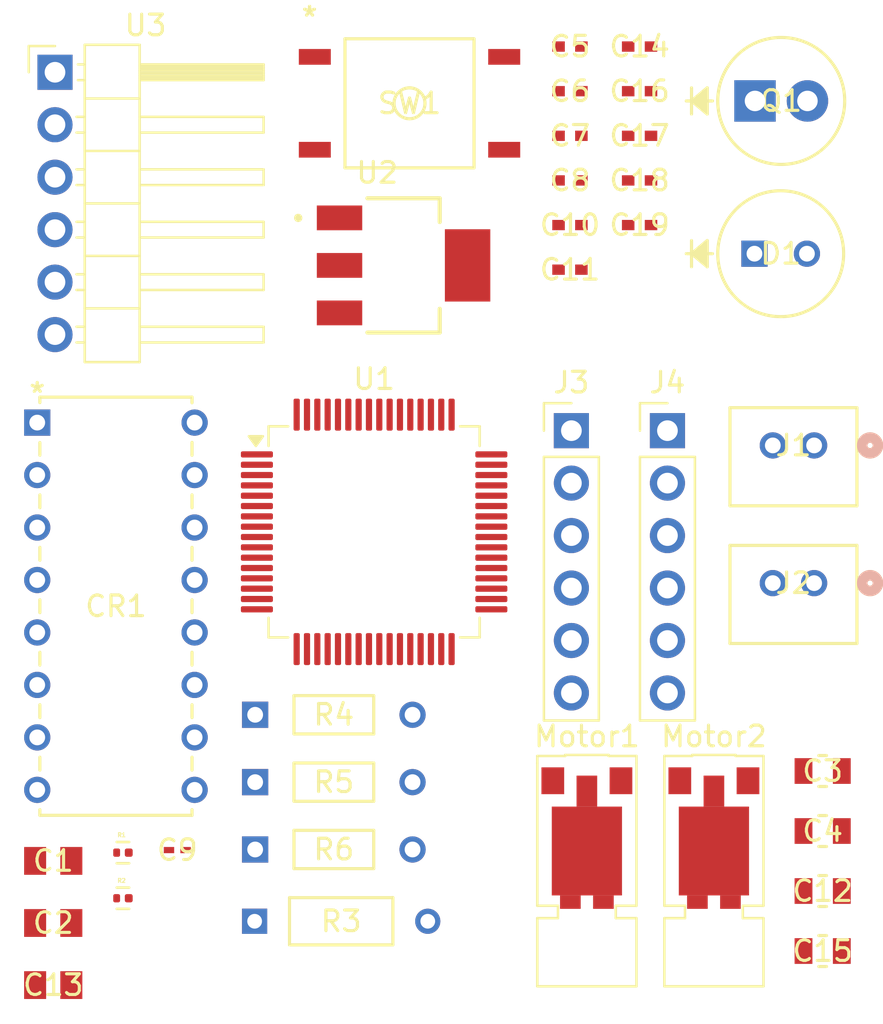
<source format=kicad_pcb>
(kicad_pcb (version 20240108) (generator "pcbnew") (generator_version "8.0")
  (layers (0 "F.Cu" signal) (31 "B.Cu" signal) (34 "B.Paste" user) (35 "F.Paste" user) (36 "B.SilkS" user "B.Silkscreen") (37 "F.SilkS" user "F.Silkscreen") (38 "B.Mask" user) (39 "F.Mask" user) (44 "Edge.Cuts" user))
  (net 0 "")
  (net 1 "Net-(U1-VCAP_1)")
  (net 2 "GND")
  (net 3 "Net-(U1-VCAP_2)")
  (net 4 "3V3")
  (net 5 "NRST")
  (net 6 "VCC")
  (net 7 "MGND")
  (net 8 "PA9")
  (net 9 "PA8")
  (net 11 "MR1")
  (net 12 "ML1")
  (net 15 "MR2")
  (net 16 "PA1")
  (net 17 "PA0")
  (net 18 "ML2")
  (net 19 "Net-(D1-Pad2)")
  (net 20 "Net-(U3-D)")
  (net 21 "Net-(J1-Pad2)")
  (net 22 "Net-(Q1-Pad1)")
  (net 23 "Net-(U1-BOOT0)")
  (net 24 "Net-(U1-PB2)")
  (net 25 "Net-(U3-G)")
  (net 26 "PC9")
  (net 39 "SWCLK")
  (net 45 "SWDIO")
  (footprint "Resistor 100 Ohms:RES_MRS16_VIS" (layer "F.Cu") (at 100.599 99.5628)
    (property "Reference" "R4" (at 3.81 0 0) (layer "F.SilkS"))
    (property "Value" "100 Ohm")
    (fp_line (start 1.8796 -0.9271) (end 1.8796 0.9271) (stroke (width 0.1524)) (layer "F.SilkS"))
    (fp_line (start 1.8796 0.9271) (end 5.7404 0.9271) (stroke (width 0.1524)) (layer "F.SilkS"))
    (fp_line (start 5.7404 -0.9271) (end 1.8796 -0.9271) (stroke (width 0.1524)) (layer "F.SilkS"))
    (fp_line (start 5.7404 0.9271) (end 5.7404 -0.9271) (stroke (width 0.1524)) (layer "F.SilkS"))
    (pad "1" thru_hole rect (at 0 0) (size 1.27 1.27) (drill 0.762) (layers "*.Cu" "*.Mask") (net 26 "PC9"))
    (pad "2" thru_hole circle (at 7.62 0) (size 1.27 1.27) (drill 0.762) (layers "*.Cu" "*.Mask") (net 25 "Net-(U3-G)"))
  )
  (footprint "Capacitor 4.7uF:CAP_CL05_SAM" (layer "F.Cu") (at 119.2112 73.6939)
    (property "Reference" "C18" (at 0 0 0) (layer "F.SilkS"))
    (property "Value" "4.7 uF")
    (pad "1" smd rect (at -0.5528 0) (size 0.6056 0.5) (layers "F.Cu" "F.Paste" "F.Mask") (net 4 "3V3"))
    (pad "2" smd rect (at 0.5528 0) (size 0.6056 0.5) (layers "F.Cu" "F.Paste" "F.Mask") (net 2 "GND"))
  )
  (footprint "Resistor 1.8k:RES_MRS16_VIS" (layer "F.Cu") (at 100.599 106.084)
    (property "Reference" "R6" (at 3.81 0 0) (layer "F.SilkS"))
    (property "Value" "1.8kOhm")
    (fp_line (start 1.8796 -0.9271) (end 1.8796 0.9271) (stroke (width 0.1524)) (layer "F.SilkS"))
    (fp_line (start 1.8796 0.9271) (end 5.7404 0.9271) (stroke (width 0.1524)) (layer "F.SilkS"))
    (fp_line (start 5.7404 -0.9271) (end 1.8796 -0.9271) (stroke (width 0.1524)) (layer "F.SilkS"))
    (fp_line (start 5.7404 0.9271) (end 5.7404 -0.9271) (stroke (width 0.1524)) (layer "F.SilkS"))
    (pad "1" thru_hole rect (at 0 0) (size 1.27 1.27) (drill 0.762) (layers "*.Cu" "*.Mask") (net 22 "Net-(Q1-Pad1)"))
    (pad "2" thru_hole circle (at 7.62 0) (size 1.27 1.27) (drill 0.762) (layers "*.Cu" "*.Mask") (net 2 "GND"))
  )
  (footprint "IR Emitter:LED_INL-5AMIR15_INO" (layer "F.Cu") (at 124.772 77.2402)
    (property "Reference" "D1" (at 1.27 0 0) (layer "F.SilkS"))
    (property "Value" "IR Emitter")
    (fp_line (start -3.048 -0.635) (end -3.048 0.635) (stroke (width 0.1524)) (layer "F.SilkS"))
    (fp_line (start -3.048 0) (end -2.286 -0.635) (stroke (width 0.1524)) (layer "F.SilkS"))
    (fp_line (start -3.048 0) (end -2.286 -0.508) (stroke (width 0.1524)) (layer "F.SilkS"))
    (fp_line (start -3.048 0) (end -2.286 -0.381) (stroke (width 0.1524)) (layer "F.SilkS"))
    (fp_line (start -3.048 0) (end -2.286 -0.254) (stroke (width 0.1524)) (layer "F.SilkS"))
    (fp_line (start -3.048 0) (end -2.286 -0.127) (stroke (width 0.1524)) (layer "F.SilkS"))
    (fp_line (start -3.048 0) (end -2.286 0.127) (stroke (width 0.1524)) (layer "F.SilkS"))
    (fp_line (start -3.048 0) (end -2.286 0.254) (stroke (width 0.1524)) (layer "F.SilkS"))
    (fp_line (start -3.048 0) (end -2.286 0.381) (stroke (width 0.1524)) (layer "F.SilkS"))
    (fp_line (start -3.048 0) (end -2.286 0.508) (stroke (width 0.1524)) (layer "F.SilkS"))
    (fp_line (start -3.048 0) (end -2.286 0.635) (stroke (width 0.1524)) (layer "F.SilkS"))
    (fp_line (start -2.286 -0.635) (end -2.286 0.635) (stroke (width 0.1524)) (layer "F.SilkS"))
    (fp_line (start -2.032 0) (end -3.302 0) (stroke (width 0.1524)) (layer "F.SilkS"))
    (fp_circle (center 1.27 0) (end 4.318 0) (stroke (width 0.1524)) (fill none) (layer "F.SilkS"))
    (pad "1" thru_hole rect (at 0 0) (size 1.27 1.27) (drill 0.762) (layers "*.Cu" "*.Mask") (net 20 "Net-(U3-D)"))
    (pad "2" thru_hole circle (at 2.54 0) (size 1.27 1.27) (drill 0.762) (layers "*.Cu" "*.Mask") (net 19 "Net-(D1-Pad2)"))
  )
  (footprint "Capacitor 0.1uF:CAP_CL05_SAM" (layer "F.Cu") (at 115.8396 67.2127)
    (property "Reference" "C5" (at 0 0 0) (layer "F.SilkS"))
    (property "Value" "0.1 uF")
    (pad "1" smd rect (at -0.5528 0) (size 0.6056 0.5) (layers "F.Cu" "F.Paste" "F.Mask") (net 2 "GND"))
    (pad "2" smd rect (at 0.5528 0) (size 0.6056 0.5) (layers "F.Cu" "F.Paste" "F.Mask") (net 4 "3V3"))
  )
  (footprint "Capacitor 10uF:G-21_MUR" (layer "F.Cu") (at 128.0729 108.095)
    (property "Reference" "C12" (at 0 0 0) (layer "F.SilkS"))
    (property "Value" "10 uF")
    (fp_line (start -0.18775 0.7493) (end 0.18775 0.7493) (stroke (width 0.1524)) (layer "F.SilkS"))
    (fp_line (start 0.18775 -0.7493) (end -0.18775 -0.7493) (stroke (width 0.1524)) (layer "F.SilkS"))
    (pad "1" smd rect (at -0.9271 0) (size 0.8636 1.2446) (layers "F.Cu" "F.Paste" "F.Mask") (net 6 "VCC"))
    (pad "2" smd rect (at 0.9271 0) (size 0.8636 1.2446) (layers "F.Cu" "F.Paste" "F.Mask") (net 2 "GND"))
  )
  (footprint "Motors:Vybronics_VZ30C1T8219732L" (layer "F.Cu") (at 122.8088 107.1075)
    (property "Reference" "Motor2" (at 0 -6.5 0) (layer "F.SilkS"))
    (property "Value" "~")
    (fp_line (start -2.4 -5.55) (end -1.05 -5.55) (stroke (width 0.12)) (layer "F.SilkS"))
    (fp_line (start -2.4 -5.2) (end -2.4 -5.55) (stroke (width 0.12)) (layer "F.SilkS"))
    (fp_line (start -2.4 1.7) (end -2.4 -5.2) (stroke (width 0.12)) (layer "F.SilkS"))
    (fp_line (start -2.4 2.3) (end -1.4 2.3) (stroke (width 0.12)) (layer "F.SilkS"))
    (fp_line (start -2.4 5.6) (end -2.4 2.3) (stroke (width 0.12)) (layer "F.SilkS"))
    (fp_line (start -1.4 1.7) (end -2.4 1.7) (stroke (width 0.12)) (layer "F.SilkS"))
    (fp_line (start -1.4 2.3) (end -1.4 1.7) (stroke (width 0.12)) (layer "F.SilkS"))
    (fp_line (start -1.05 -5.6) (end 1.05 -5.6) (stroke (width 0.12)) (layer "F.SilkS"))
    (fp_line (start -1.05 -5.55) (end -1.05 -5.6) (stroke (width 0.12)) (layer "F.SilkS"))
    (fp_line (start 1.05 -5.6) (end 1.05 -5.55) (stroke (width 0.12)) (layer "F.SilkS"))
    (fp_line (start 1.05 -5.55) (end 2.4 -5.55) (stroke (width 0.12)) (layer "F.SilkS"))
    (fp_line (start 1.4 1.7) (end 1.4 2.3) (stroke (width 0.12)) (layer "F.SilkS"))
    (fp_line (start 1.4 2.3) (end 2.4 2.3) (stroke (width 0.12)) (layer "F.SilkS"))
    (fp_line (start 2.4 -5.55) (end 2.4 -5.2) (stroke (width 0.12)) (layer "F.SilkS"))
    (fp_line (start 2.4 -5.2) (end 2.4 1.7) (stroke (width 0.12)) (layer "F.SilkS"))
    (fp_line (start 2.4 1.7) (end 1.4 1.7) (stroke (width 0.12)) (layer "F.SilkS"))
    (fp_line (start 2.4 2.3) (end 2.4 5.6) (stroke (width 0.12)) (layer "F.SilkS"))
    (fp_line (start 2.4 5.6) (end -2.4 5.6) (stroke (width 0.12)) (layer "F.SilkS"))
    (pad "1" smd rect (at -1.65 -4.35 270) (size 1.3 1.1) (layers "F.Cu" "F.Paste" "F.Mask"))
    (pad "2" smd rect (at 1.65 -4.35 270) (size 1.3 1.1) (layers "F.Cu" "F.Paste" "F.Mask"))
    (pad "SH" smd rect (at -0.8 1.525) (size 1 0.65) (layers "F.Cu" "F.Paste" "F.Mask"))
    (pad "SH" smd rect (at 0 -3.85 270) (size 1.5 1) (layers "F.Cu" "F.Paste" "F.Mask"))
    (pad "SH" smd rect (at 0 -0.95 270) (size 4.3 3.4) (layers "F.Cu" "F.Mask"))
    (pad "SH" smd rect (at 0.8 1.525) (size 1 0.65) (layers "F.Cu" "F.Paste" "F.Mask"))
  )
  (footprint "Button:SW4_FSM4JSMA_TEC" (layer "F.Cu") (at 108.0718 69.9599)
    (property "Reference" "SW1" (at 0 0 0) (layer "F.SilkS"))
    (property "Value" "Button")
    (fp_line (start -3.1242 -3.1242) (end -3.1242 3.1242) (stroke (width 0.1524)) (layer "F.SilkS"))
    (fp_line (start -3.1242 3.1242) (end 3.1242 3.1242) (stroke (width 0.1524)) (layer "F.SilkS"))
    (fp_line (start 3.1242 -3.1242) (end -3.1242 -3.1242) (stroke (width 0.1524)) (layer "F.SilkS"))
    (fp_line (start 3.1242 3.1242) (end 3.1242 -3.1242) (stroke (width 0.1524)) (layer "F.SilkS"))
    (fp_circle (center 0 0) (end 0.7493 0) (stroke (width 0.1524)) (fill none) (layer "F.SilkS"))
    (fp_text user "*" (at -4.8387 -4.1529 0) (layer "F.SilkS"))
    (fp_text user "*" (at -4.8387 -4.1529 0) (layer "F.SilkS"))
    (pad "1" smd rect (at -4.5847 -2.2479) (size 1.5494 0.762) (layers "F.Cu" "F.Paste" "F.Mask") (net 5 "NRST"))
    (pad "2" smd rect (at -4.5847 2.2479) (size 1.5494 0.762) (layers "F.Cu" "F.Paste" "F.Mask"))
    (pad "3" smd rect (at 4.5847 2.2479) (size 1.5494 0.762) (layers "F.Cu" "F.Paste" "F.Mask"))
    (pad "4" smd rect (at 4.5847 -2.2479) (size 1.5494 0.762) (layers "F.Cu" "F.Paste" "F.Mask") (net 2 "GND"))
  )
  (footprint "Capacitor 1uF:CAP_CL03_SAM" (layer "F.Cu") (at 96.8296 106.1127)
    (property "Reference" "C9" (at 0 0 0) (layer "F.SilkS"))
    (property "Value" "1 uF")
    (pad "1" smd rect (at -0.4028 0) (size 0.5056 0.3) (layers "F.Cu" "F.Paste" "F.Mask") (net 4 "3V3"))
    (pad "2" smd rect (at 0.4028 0) (size 0.5056 0.3) (layers "F.Cu" "F.Paste" "F.Mask") (net 2 "GND"))
  )
  (footprint "Capacitor 0.1uF:CAP_CL05_SAM" (layer "F.Cu") (at 119.2112 75.8543)
    (property "Reference" "C19" (at 0 0 0) (layer "F.SilkS"))
    (property "Value" "0.1 uF")
    (pad "1" smd rect (at -0.5528 0) (size 0.6056 0.5) (layers "F.Cu" "F.Paste" "F.Mask") (net 2 "GND"))
    (pad "2" smd rect (at 0.5528 0) (size 0.6056 0.5) (layers "F.Cu" "F.Paste" "F.Mask") (net 4 "3V3"))
  )
  (footprint "JST Connector:CONN2_B2B-PH-K-S_JST" (layer "F.Cu") (at 127.6604 86.5225)
    (property "Reference" "J1" (at -1 0 0) (layer "F.SilkS"))
    (property "Value" "JST 1")
    (fp_circle (center 2.7084 0) (end 3.0894 0) (stroke (width 0.508)) (fill none) (layer "B.SilkS"))
    (fp_line (start -4.0734 -1.827) (end -4.0734 2.922801) (stroke (width 0.1524)) (layer "F.SilkS"))
    (fp_line (start -4.0734 2.922801) (end 2.0734 2.922801) (stroke (width 0.1524)) (layer "F.SilkS"))
    (fp_line (start 2.0734 -1.827) (end -4.0734 -1.827) (stroke (width 0.1524)) (layer "F.SilkS"))
    (fp_line (start 2.0734 2.922801) (end 2.0734 -1.827) (stroke (width 0.1524)) (layer "F.SilkS"))
    (fp_circle (center 2.7084 0) (end 3.0894 0) (stroke (width 0.508)) (fill none) (layer "F.SilkS"))
    (pad "1" thru_hole circle (at 0 0) (size 1.27 1.27) (drill 0.762) (layers "*.Cu" "*.Mask") (net 6 "VCC"))
    (pad "2" thru_hole circle (at -2.000001 0) (size 1.27 1.27) (drill 0.762) (layers "*.Cu" "*.Mask") (net 21 "Net-(J1-Pad2)"))
  )
  (footprint "Resistor 10k:RESC0603X26N" (layer "F.Cu") (at 94.1988 106.2365)
    (property "Reference" "R1" (at -0.065 -0.854 0) (layer "F.SilkS") (effects (font (size 0.2 0.2))))
    (property "Value" "10 kOhm")
    (fp_line (start -0.3 -0.515) (end 0.3 -0.515) (stroke (width 0.127)) (layer "F.SilkS"))
    (fp_line (start -0.3 0.515) (end 0.3 0.515) (stroke (width 0.127)) (layer "F.SilkS"))
    (pad "1" smd roundrect (at -0.305 0) (size 0.33 0.4) (layers "F.Cu" "F.Paste" "F.Mask") (net 23 "Net-(U1-BOOT0)"))
    (pad "2" smd roundrect (at 0.28 0) (size 0.38 0.4) (layers "F.Cu" "F.Paste" "F.Mask") (net 2 "GND"))
  )
  (footprint "Resistor 47K ohms:RES_MRS16_VIS" (layer "F.Cu") (at 100.599 102.8234)
    (property "Reference" "R5" (at 3.81 0 0) (layer "F.SilkS"))
    (property "Value" "47 kOhm")
    (fp_line (start 1.8796 -0.9271) (end 1.8796 0.9271) (stroke (width 0.1524)) (layer "F.SilkS"))
    (fp_line (start 1.8796 0.9271) (end 5.7404 0.9271) (stroke (width 0.1524)) (layer "F.SilkS"))
    (fp_line (start 5.7404 -0.9271) (end 1.8796 -0.9271) (stroke (width 0.1524)) (layer "F.SilkS"))
    (fp_line (start 5.7404 0.9271) (end 5.7404 -0.9271) (stroke (width 0.1524)) (layer "F.SilkS"))
    (pad "1" thru_hole rect (at 0 0) (size 1.27 1.27) (drill 0.762) (layers "*.Cu" "*.Mask") (net 2 "GND"))
    (pad "2" thru_hole circle (at 7.62 0) (size 1.27 1.27) (drill 0.762) (layers "*.Cu" "*.Mask") (net 25 "Net-(U3-G)"))
  )
  (footprint "Capacitor 0.1uF:CAP_CL05_SAM" (layer "F.Cu") (at 115.8396 71.5335)
    (property "Reference" "C7" (at 0 0 0) (layer "F.SilkS"))
    (property "Value" "0.1 uF")
    (pad "1" smd rect (at -0.5528 0) (size 0.6056 0.5) (layers "F.Cu" "F.Paste" "F.Mask") (net 2 "GND"))
    (pad "2" smd rect (at 0.5528 0) (size 0.6056 0.5) (layers "F.Cu" "F.Paste" "F.Mask") (net 4 "3V3"))
  )
  (footprint "Capacitor 0.1uF:CAP_CL05_SAM" (layer "F.Cu") (at 115.8396 69.3731)
    (property "Reference" "C6" (at 0 0 0) (layer "F.SilkS"))
    (property "Value" "0.1 uF")
    (pad "1" smd rect (at -0.5528 0) (size 0.6056 0.5) (layers "F.Cu" "F.Paste" "F.Mask") (net 2 "GND"))
    (pad "2" smd rect (at 0.5528 0) (size 0.6056 0.5) (layers "F.Cu" "F.Paste" "F.Mask") (net 4 "3V3"))
  )
  (footprint "Capacitor 22uF:CAP_CL_21_SAM" (layer "F.Cu") (at 90.8237 106.6358)
    (property "Reference" "C1" (at 0 0 0) (layer "F.SilkS"))
    (property "Value" "2.2 uF")
    (pad "1" smd rect (at -0.8763 0) (size 1.0668 1.3462) (layers "F.Cu" "F.Paste" "F.Mask") (net 2 "GND"))
    (pad "2" smd rect (at 0.8763 0) (size 1.0668 1.3462) (layers "F.Cu" "F.Paste" "F.Mask") (net 1 "Net-(U1-VCAP_1)"))
  )
  (footprint "Capacitor 0.1uF:CAP_CL05_SAM" (layer "F.Cu") (at 115.8396 73.6939)
    (property "Reference" "C8" (at 0 0 0) (layer "F.SilkS"))
    (property "Value" "0.1 uF")
    (pad "1" smd rect (at -0.5528 0) (size 0.6056 0.5) (layers "F.Cu" "F.Paste" "F.Mask") (net 2 "GND"))
    (pad "2" smd rect (at 0.5528 0) (size 0.6056 0.5) (layers "F.Cu" "F.Paste" "F.Mask") (net 4 "3V3"))
  )
  (footprint "Connector_PinHeader_2.54mm:PinHeader_1x06_P2.54mm_Vertical" (layer "F.Cu") (at 120.5588 85.8075)
    (property "Reference" "J4" (at 0 -2.33 0) (layer "F.SilkS"))
    (property "Value" "Conn_01x06_Pin")
    (fp_line (start -1.33 -1.33) (end 0 -1.33) (stroke (width 0.12)) (layer "F.SilkS"))
    (fp_line (start -1.33 0) (end -1.33 -1.33) (stroke (width 0.12)) (layer "F.SilkS"))
    (fp_line (start -1.33 1.27) (end -1.33 14.03) (stroke (width 0.12)) (layer "F.SilkS"))
    (fp_line (start -1.33 1.27) (end 1.33 1.27) (stroke (width 0.12)) (layer "F.SilkS"))
    (fp_line (start -1.33 14.03) (end 1.33 14.03) (stroke (width 0.12)) (layer "F.SilkS"))
    (fp_line (start 1.33 1.27) (end 1.33 14.03) (stroke (width 0.12)) (layer "F.SilkS"))
    (pad "1" thru_hole rect (at 0 0) (size 1.7 1.7) (drill 1) (layers "*.Cu" "*.Mask") (net 2 "GND"))
    (pad "2" thru_hole oval (at 0 2.54) (size 1.7 1.7) (drill 1) (layers "*.Cu" "*.Mask") (net 8 "PA9"))
    (pad "3" thru_hole oval (at 0 5.08) (size 1.7 1.7) (drill 1) (layers "*.Cu" "*.Mask") (net 9 "PA8"))
    (pad "4" thru_hole oval (at 0 7.62) (size 1.7 1.7) (drill 1) (layers "*.Cu" "*.Mask") (net 4 "3V3"))
    (pad "5" thru_hole oval (at 0 10.16) (size 1.7 1.7) (drill 1) (layers "*.Cu" "*.Mask") (net 18 "ML2"))
    (pad "6" thru_hole oval (at 0 12.7) (size 1.7 1.7) (drill 1) (layers "*.Cu" "*.Mask") (net 12 "ML1"))
  )
  (footprint "Capacitor 0.1uF:CAP_CL05_SAM" (layer "F.Cu") (at 115.8396 78.0147)
    (property "Reference" "C11" (at 0 0 0) (layer "F.SilkS"))
    (property "Value" "0.1 uF")
    (pad "1" smd rect (at -0.5528 0) (size 0.6056 0.5) (layers "F.Cu" "F.Paste" "F.Mask") (net 5 "NRST"))
    (pad "2" smd rect (at 0.5528 0) (size 0.6056 0.5) (layers "F.Cu" "F.Paste" "F.Mask") (net 2 "GND"))
  )
  (footprint "Phototransistor:SFH 313 FA-3&slash_4_OSR" (layer "F.Cu") (at 124.7974 69.8456)
    (property "Reference" "Q1" (at 1.27 0 0) (layer "F.SilkS"))
    (property "Value" "IR Reciver")
    (fp_line (start -3.0734 -0.635) (end -3.0734 0.635) (stroke (width 0.1524)) (layer "F.SilkS"))
    (fp_line (start -3.0734 0) (end -2.3114 -0.635) (stroke (width 0.1524)) (layer "F.SilkS"))
    (fp_line (start -3.0734 0) (end -2.3114 -0.508) (stroke (width 0.1524)) (layer "F.SilkS"))
    (fp_line (start -3.0734 0) (end -2.3114 -0.381) (stroke (width 0.1524)) (layer "F.SilkS"))
    (fp_line (start -3.0734 0) (end -2.3114 -0.254) (stroke (width 0.1524)) (layer "F.SilkS"))
    (fp_line (start -3.0734 0) (end -2.3114 -0.127) (stroke (width 0.1524)) (layer "F.SilkS"))
    (fp_line (start -3.0734 0) (end -2.3114 0.127) (stroke (width 0.1524)) (layer "F.SilkS"))
    (fp_line (start -3.0734 0) (end -2.3114 0.254) (stroke (width 0.1524)) (layer "F.SilkS"))
    (fp_line (start -3.0734 0) (end -2.3114 0.381) (stroke (width 0.1524)) (layer "F.SilkS"))
    (fp_line (start -3.0734 0) (end -2.3114 0.508) (stroke (width 0.1524)) (layer "F.SilkS"))
    (fp_line (start -3.0734 0) (end -2.3114 0.635) (stroke (width 0.1524)) (layer "F.SilkS"))
    (fp_line (start -2.3114 -0.635) (end -2.3114 0.635) (stroke (width 0.1524)) (layer "F.SilkS"))
    (fp_line (start -2.0574 0) (end -3.3274 0) (stroke (width 0.1524)) (layer "F.SilkS"))
    (fp_circle (center 1.27 0) (end 4.3434 0) (stroke (width 0.1524)) (fill none) (layer "F.SilkS"))
    (pad "1" thru_hole rect (at 0 0) (size 2.0066 2.0066) (drill 0.9906) (layers "*.Cu" "*.Mask") (net 22 "Net-(Q1-Pad1)"))
    (pad "2" thru_hole circle (at 2.54 0) (size 2.0066 2.0066) (drill 0.9906) (layers "*.Cu" "*.Mask") (net 4 "3V3"))
  )
  (footprint "Capacitor 22uF:CAP_CL_21_SAM" (layer "F.Cu") (at 90.8237 112.649)
    (property "Reference" "C13" (at 0 0 0) (layer "F.SilkS"))
    (property "Value" "22 uF")
    (pad "1" smd rect (at -0.8763 0) (size 1.0668 1.3462) (layers "F.Cu" "F.Paste" "F.Mask") (net 4 "3V3"))
    (pad "2" smd rect (at 0.8763 0) (size 1.0668 1.3462) (layers "F.Cu" "F.Paste" "F.Mask") (net 2 "GND"))
  )
  (footprint "Resistor 10k:RESC0603X26N" (layer "F.Cu") (at 94.1988 108.4445)
    (property "Reference" "R2" (at -0.065 -0.854 0) (layer "F.SilkS") (effects (font (size 0.2 0.2))))
    (property "Value" "10 kOhm")
    (fp_line (start -0.3 -0.515) (end 0.3 -0.515) (stroke (width 0.127)) (layer "F.SilkS"))
    (fp_line (start -0.3 0.515) (end 0.3 0.515) (stroke (width 0.127)) (layer "F.SilkS"))
    (pad "1" smd roundrect (at -0.305 0) (size 0.33 0.4) (layers "F.Cu" "F.Paste" "F.Mask") (net 2 "GND"))
    (pad "2" smd roundrect (at 0.28 0) (size 0.38 0.4) (layers "F.Cu" "F.Paste" "F.Mask") (net 24 "Net-(U1-PB2)"))
  )
  (footprint "Capacitor 10uF:G-21_MUR" (layer "F.Cu") (at 128.0729 111)
    (property "Reference" "C15" (at 0 0 0) (layer "F.SilkS"))
    (property "Value" "10 uF")
    (fp_line (start -0.18775 0.7493) (end 0.18775 0.7493) (stroke (width 0.1524)) (layer "F.SilkS"))
    (fp_line (start 0.18775 -0.7493) (end -0.18775 -0.7493) (stroke (width 0.1524)) (layer "F.SilkS"))
    (pad "1" smd rect (at -0.9271 0) (size 0.8636 1.2446) (layers "F.Cu" "F.Paste" "F.Mask") (net 6 "VCC"))
    (pad "2" smd rect (at 0.9271 0) (size 0.8636 1.2446) (layers "F.Cu" "F.Paste" "F.Mask") (net 7 "MGND"))
  )
  (footprint "JST Connector:CONN2_B2B-PH-K-S_JST" (layer "F.Cu") (at 127.6604 93.188501)
    (property "Reference" "J2" (at -1 0 0) (layer "F.SilkS"))
    (property "Value" "JST 2")
    (fp_circle (center 2.7084 0) (end 3.0894 0) (stroke (width 0.508)) (fill none) (layer "B.SilkS"))
    (fp_line (start -4.0734 -1.827) (end -4.0734 2.922801) (stroke (width 0.1524)) (layer "F.SilkS"))
    (fp_line (start -4.0734 2.922801) (end 2.0734 2.922801) (stroke (width 0.1524)) (layer "F.SilkS"))
    (fp_line (start 2.0734 -1.827) (end -4.0734 -1.827) (stroke (width 0.1524)) (layer "F.SilkS"))
    (fp_line (start 2.0734 2.922801) (end 2.0734 -1.827) (stroke (width 0.1524)) (layer "F.SilkS"))
    (fp_circle (center 2.7084 0) (end 3.0894 0) (stroke (width 0.508)) (fill none) (layer "F.SilkS"))
    (pad "1" thru_hole circle (at 0 0) (size 1.27 1.27) (drill 0.762) (layers "*.Cu" "*.Mask") (net 21 "Net-(J1-Pad2)"))
    (pad "2" thru_hole circle (at -2.000001 0) (size 1.27 1.27) (drill 0.762) (layers "*.Cu" "*.Mask") (net 2 "GND"))
  )
  (footprint "Capacitor 22uF:CAP_CL_21_SAM" (layer "F.Cu") (at 90.8237 109.6424)
    (property "Reference" "C2" (at 0 0 0) (layer "F.SilkS"))
    (property "Value" "2.2 uF")
    (pad "1" smd rect (at -0.8763 0) (size 1.0668 1.3462) (layers "F.Cu" "F.Paste" "F.Mask") (net 2 "GND"))
    (pad "2" smd rect (at 0.8763 0) (size 1.0668 1.3462) (layers "F.Cu" "F.Paste" "F.Mask") (net 3 "Net-(U1-VCAP_2)"))
  )
  (footprint "Capacitor 0.1uF:CAP_CL05_SAM" (layer "F.Cu") (at 119.2112 69.3731)
    (property "Reference" "C16" (at 0 0 0) (layer "F.SilkS"))
    (property "Value" "0.1uF")
    (pad "1" smd rect (at -0.5528 0) (size 0.6056 0.5) (layers "F.Cu" "F.Paste" "F.Mask") (net 2 "GND"))
    (pad "2" smd rect (at 0.5528 0) (size 0.6056 0.5) (layers "F.Cu" "F.Paste" "F.Mask") (net 6 "VCC"))
  )
  (footprint "Capacitor 0.1uF:CAP_CL05_SAM" (layer "F.Cu") (at 115.8396 75.8543)
    (property "Reference" "C10" (at 0 0 0) (layer "F.SilkS"))
    (property "Value" "0.1 uF")
    (pad "1" smd rect (at -0.5528 0) (size 0.6056 0.5) (layers "F.Cu" "F.Paste" "F.Mask") (net 4 "3V3"))
    (pad "2" smd rect (at 0.5528 0) (size 0.6056 0.5) (layers "F.Cu" "F.Paste" "F.Mask") (net 2 "GND"))
  )
  (footprint "Connector_PinHeader_2.54mm:PinHeader_1x06_P2.54mm_Horizontal" (layer "F.Cu") (at 90.9088 68.4575)
    (property "Reference" "U3" (at 4.385 -2.27 0) (layer "F.SilkS"))
    (property "Value" "MOSFET")
    (fp_line (start -1.27 -1.27) (end 0 -1.27) (stroke (width 0.12)) (layer "F.SilkS"))
    (fp_line (start -1.27 0) (end -1.27 -1.27) (stroke (width 0.12)) (layer "F.SilkS"))
    (fp_line (start 1.042929 2.16) (end 1.44 2.16) (stroke (width 0.12)) (layer "F.SilkS"))
    (fp_line (start 1.042929 2.92) (end 1.44 2.92) (stroke (width 0.12)) (layer "F.SilkS"))
    (fp_line (start 1.042929 4.7) (end 1.44 4.7) (stroke (width 0.12)) (layer "F.SilkS"))
    (fp_line (start 1.042929 5.46) (end 1.44 5.46) (stroke (width 0.12)) (layer "F.SilkS"))
    (fp_line (start 1.042929 7.24) (end 1.44 7.24) (stroke (width 0.12)) (layer "F.SilkS"))
    (fp_line (start 1.042929 8) (end 1.44 8) (stroke (width 0.12)) (layer "F.SilkS"))
    (fp_line (start 1.042929 9.78) (end 1.44 9.78) (stroke (width 0.12)) (layer "F.SilkS"))
    (fp_line (start 1.042929 10.54) (end 1.44 10.54) (stroke (width 0.12)) (layer "F.SilkS"))
    (fp_line (start 1.042929 12.32) (end 1.44 12.32) (stroke (width 0.12)) (layer "F.SilkS"))
    (fp_line (start 1.042929 13.08) (end 1.44 13.08) (stroke (width 0.12)) (layer "F.SilkS"))
    (fp_line (start 1.11 -0.38) (end 1.44 -0.38) (stroke (width 0.12)) (layer "F.SilkS"))
    (fp_line (start 1.11 0.38) (end 1.44 0.38) (stroke (width 0.12)) (layer "F.SilkS"))
    (fp_line (start 1.44 -1.33) (end 1.44 14.03) (stroke (width 0.12)) (layer "F.SilkS"))
    (fp_line (start 1.44 1.27) (end 4.1 1.27) (stroke (width 0.12)) (layer "F.SilkS"))
    (fp_line (start 1.44 3.81) (end 4.1 3.81) (stroke (width 0.12)) (layer "F.SilkS"))
    (fp_line (start 1.44 6.35) (end 4.1 6.35) (stroke (width 0.12)) (layer "F.SilkS"))
    (fp_line (start 1.44 8.89) (end 4.1 8.89) (stroke (width 0.12)) (layer "F.SilkS"))
    (fp_line (start 1.44 11.43) (end 4.1 11.43) (stroke (width 0.12)) (layer "F.SilkS"))
    (fp_line (start 1.44 14.03) (end 4.1 14.03) (stroke (width 0.12)) (layer "F.SilkS"))
    (fp_line (start 4.1 -1.33) (end 1.44 -1.33) (stroke (width 0.12)) (layer "F.SilkS"))
    (fp_line (start 4.1 -0.38) (end 10.1 -0.38) (stroke (width 0.12)) (layer "F.SilkS"))
    (fp_line (start 4.1 -0.32) (end 10.1 -0.32) (stroke (width 0.12)) (layer "F.SilkS"))
    (fp_line (start 4.1 -0.2) (end 10.1 -0.2) (stroke (width 0.12)) (layer "F.SilkS"))
    (fp_line (start 4.1 -0.08) (end 10.1 -0.08) (stroke (width 0.12)) (layer "F.SilkS"))
    (fp_line (start 4.1 0.04) (end 10.1 0.04) (stroke (width 0.12)) (layer "F.SilkS"))
    (fp_line (start 4.1 0.16) (end 10.1 0.16) (stroke (width 0.12)) (layer "F.SilkS"))
    (fp_line (start 4.1 0.28) (end 10.1 0.28) (stroke (width 0.12)) (layer "F.SilkS"))
    (fp_line (start 4.1 2.16) (end 10.1 2.16) (stroke (width 0.12)) (layer "F.SilkS"))
    (fp_line (start 4.1 4.7) (end 10.1 4.7) (stroke (width 0.12)) (layer "F.SilkS"))
    (fp_line (start 4.1 7.24) (end 10.1 7.24) (stroke (width 0.12)) (layer "F.SilkS"))
    (fp_line (start 4.1 9.78) (end 10.1 9.78) (stroke (width 0.12)) (layer "F.SilkS"))
    (fp_line (start 4.1 12.32) (end 10.1 12.32) (stroke (width 0.12)) (layer "F.SilkS"))
    (fp_line (start 4.1 14.03) (end 4.1 -1.33) (stroke (width 0.12)) (layer "F.SilkS"))
    (fp_line (start 10.1 -0.38) (end 10.1 0.38) (stroke (width 0.12)) (layer "F.SilkS"))
    (fp_line (start 10.1 0.38) (end 4.1 0.38) (stroke (width 0.12)) (layer "F.SilkS"))
    (fp_line (start 10.1 2.16) (end 10.1 2.92) (stroke (width 0.12)) (layer "F.SilkS"))
    (fp_line (start 10.1 2.92) (end 4.1 2.92) (stroke (width 0.12)) (layer "F.SilkS"))
    (fp_line (start 10.1 4.7) (end 10.1 5.46) (stroke (width 0.12)) (layer "F.SilkS"))
    (fp_line (start 10.1 5.46) (end 4.1 5.46) (stroke (width 0.12)) (layer "F.SilkS"))
    (fp_line (start 10.1 7.24) (end 10.1 8) (stroke (width 0.12)) (layer "F.SilkS"))
    (fp_line (start 10.1 8) (end 4.1 8) (stroke (width 0.12)) (layer "F.SilkS"))
    (fp_line (start 10.1 9.78) (end 10.1 10.54) (stroke (width 0.12)) (layer "F.SilkS"))
    (fp_line (start 10.1 10.54) (end 4.1 10.54) (stroke (width 0.12)) (layer "F.SilkS"))
    (fp_line (start 10.1 12.32) (end 10.1 13.08) (stroke (width 0.12)) (layer "F.SilkS"))
    (fp_line (start 10.1 13.08) (end 4.1 13.08) (stroke (width 0.12)) (layer "F.SilkS"))
    (pad "1" thru_hole rect (at 0 0) (size 1.7 1.7) (drill 1) (layers "*.Cu" "*.Mask") (net 25 "Net-(U3-G)"))
    (pad "2" thru_hole oval (at 0 2.54) (size 1.7 1.7) (drill 1) (layers "*.Cu" "*.Mask") (net 20 "Net-(U3-D)"))
    (pad "3" thru_hole oval (at 0 5.08) (size 1.7 1.7) (drill 1) (layers "*.Cu" "*.Mask") (net 2 "GND"))
    (pad "4" thru_hole oval (at 0 7.62) (size 1.7 1.7) (drill 1) (layers "*.Cu" "*.Mask"))
    (pad "5" thru_hole oval (at 0 10.16) (size 1.7 1.7) (drill 1) (layers "*.Cu" "*.Mask"))
    (pad "6" thru_hole oval (at 0 12.7) (size 1.7 1.7) (drill 1) (layers "*.Cu" "*.Mask"))
  )
  (footprint "Resistor 51 Ohms:RES_CMF50_VIS" (layer "F.Cu") (at 100.5736 109.5587)
    (property "Reference" "R3" (at 4.191 0 0) (layer "F.SilkS"))
    (property "Value" "51 Ohm")
    (fp_line (start 1.6891 -1.143) (end 1.6891 1.143) (stroke (width 0.1524)) (layer "F.SilkS"))
    (fp_line (start 1.6891 1.143) (end 6.6929 1.143) (stroke (width 0.1524)) (layer "F.SilkS"))
    (fp_line (start 6.6929 -1.143) (end 1.6891 -1.143) (stroke (width 0.1524)) (layer "F.SilkS"))
    (fp_line (start 6.6929 1.143) (end 6.6929 -1.143) (stroke (width 0.1524)) (layer "F.SilkS"))
    (pad "1" thru_hole rect (at 0 0) (size 1.2192 1.2192) (drill 0.7112) (layers "*.Cu" "*.Mask") (net 19 "Net-(D1-Pad2)"))
    (pad "2" thru_hole circle (at 8.382 0) (size 1.2192 1.2192) (drill 0.7112) (layers "*.Cu" "*.Mask") (net 4 "3V3"))
  )
  (footprint "Connector_PinHeader_2.54mm:PinHeader_1x06_P2.54mm_Vertical" (layer "F.Cu") (at 115.9088 85.8075)
    (property "Reference" "J3" (at 0 -2.33 0) (layer "F.SilkS"))
    (property "Value" "Conn_01x06_Pin")
    (fp_line (start -1.33 -1.33) (end 0 -1.33) (stroke (width 0.12)) (layer "F.SilkS"))
    (fp_line (start -1.33 0) (end -1.33 -1.33) (stroke (width 0.12)) (layer "F.SilkS"))
    (fp_line (start -1.33 1.27) (end -1.33 14.03) (stroke (width 0.12)) (layer "F.SilkS"))
    (fp_line (start -1.33 1.27) (end 1.33 1.27) (stroke (width 0.12)) (layer "F.SilkS"))
    (fp_line (start -1.33 14.03) (end 1.33 14.03) (stroke (width 0.12)) (layer "F.SilkS"))
    (fp_line (start 1.33 1.27) (end 1.33 14.03) (stroke (width 0.12)) (layer "F.SilkS"))
    (pad "1" thru_hole rect (at 0 0) (size 1.7 1.7) (drill 1) (layers "*.Cu" "*.Mask") (net 2 "GND"))
    (pad "2" thru_hole oval (at 0 2.54) (size 1.7 1.7) (drill 1) (layers "*.Cu" "*.Mask") (net 16 "PA1"))
    (pad "3" thru_hole oval (at 0 5.08) (size 1.7 1.7) (drill 1) (layers "*.Cu" "*.Mask") (net 17 "PA0"))
    (pad "4" thru_hole oval (at 0 7.62) (size 1.7 1.7) (drill 1) (layers "*.Cu" "*.Mask") (net 4 "3V3"))
    (pad "5" thru_hole oval (at 0 10.16) (size 1.7 1.7) (drill 1) (layers "*.Cu" "*.Mask") (net 15 "MR2"))
    (pad "6" thru_hole oval (at 0 12.7) (size 1.7 1.7) (drill 1) (layers "*.Cu" "*.Mask") (net 11 "MR1"))
  )
  (footprint "Capacitor 4.7uF:CAP_CL05_SAM" (layer "F.Cu") (at 119.2112 71.5335)
    (property "Reference" "C17" (at 0 0 0) (layer "F.SilkS"))
    (property "Value" "4.7uF")
    (pad "1" smd rect (at -0.5528 0) (size 0.6056 0.5) (layers "F.Cu" "F.Paste" "F.Mask") (net 2 "GND"))
    (pad "2" smd rect (at 0.5528 0) (size 0.6056 0.5) (layers "F.Cu" "F.Paste" "F.Mask") (net 6 "VCC"))
  )
  (footprint "Votlage Regulator:SOT230P700X185-4N" (layer "F.Cu") (at 107.7838 77.8075)
    (property "Reference" "U2" (at -1.275 -4.485 0) (layer "F.SilkS"))
    (property "Value" "Voltage Regulator")
    (fp_line (start -1.75 -3.25) (end 1.75 -3.25) (stroke (width 0.2)) (layer "F.SilkS"))
    (fp_line (start 1.75 -3.25) (end 1.75 -2.1) (stroke (width 0.2)) (layer "F.SilkS"))
    (fp_line (start 1.75 2.1) (end 1.75 3.25) (stroke (width 0.2)) (layer "F.SilkS"))
    (fp_line (start 1.75 3.25) (end -1.75 3.25) (stroke (width 0.2)) (layer "F.SilkS"))
    (fp_circle (center -5.1 -2.3) (end -5 -2.3) (stroke (width 0.2)) (fill none) (layer "F.SilkS"))
    (pad "1" smd rect (at -3.1 -2.3) (size 2.2 1.2) (layers "F.Cu" "F.Paste" "F.Mask") (net 2 "GND"))
    (pad "2" smd rect (at -3.1 0) (size 2.2 1.2) (layers "F.Cu" "F.Paste" "F.Mask") (net 4 "3V3"))
    (pad "3" smd rect (at -3.1 2.3) (size 2.2 1.2) (layers "F.Cu" "F.Paste" "F.Mask") (net 6 "VCC"))
    (pad "4" smd rect (at 3.1 0) (size 2.2 3.5) (layers "F.Cu" "F.Paste" "F.Mask") (net 4 "3V3"))
  )
  (footprint "Motors:Vybronics_VZ30C1T8219732L" (layer "F.Cu") (at 116.6588 107.1075)
    (property "Reference" "Motor1" (at 0 -6.5 0) (layer "F.SilkS"))
    (property "Value" "~")
    (fp_line (start -2.4 -5.55) (end -1.05 -5.55) (stroke (width 0.12)) (layer "F.SilkS"))
    (fp_line (start -2.4 -5.2) (end -2.4 -5.55) (stroke (width 0.12)) (layer "F.SilkS"))
    (fp_line (start -2.4 1.7) (end -2.4 -5.2) (stroke (width 0.12)) (layer "F.SilkS"))
    (fp_line (start -2.4 2.3) (end -1.4 2.3) (stroke (width 0.12)) (layer "F.SilkS"))
    (fp_line (start -2.4 5.6) (end -2.4 2.3) (stroke (width 0.12)) (layer "F.SilkS"))
    (fp_line (start -1.4 1.7) (end -2.4 1.7) (stroke (width 0.12)) (layer "F.SilkS"))
    (fp_line (start -1.4 2.3) (end -1.4 1.7) (stroke (width 0.12)) (layer "F.SilkS"))
    (fp_line (start -1.05 -5.6) (end 1.05 -5.6) (stroke (width 0.12)) (layer "F.SilkS"))
    (fp_line (start -1.05 -5.55) (end -1.05 -5.6) (stroke (width 0.12)) (layer "F.SilkS"))
    (fp_line (start 1.05 -5.6) (end 1.05 -5.55) (stroke (width 0.12)) (layer "F.SilkS"))
    (fp_line (start 1.05 -5.55) (end 2.4 -5.55) (stroke (width 0.12)) (layer "F.SilkS"))
    (fp_line (start 1.4 1.7) (end 1.4 2.3) (stroke (width 0.12)) (layer "F.SilkS"))
    (fp_line (start 1.4 2.3) (end 2.4 2.3) (stroke (width 0.12)) (layer "F.SilkS"))
    (fp_line (start 2.4 -5.55) (end 2.4 -5.2) (stroke (width 0.12)) (layer "F.SilkS"))
    (fp_line (start 2.4 -5.2) (end 2.4 1.7) (stroke (width 0.12)) (layer "F.SilkS"))
    (fp_line (start 2.4 1.7) (end 1.4 1.7) (stroke (width 0.12)) (layer "F.SilkS"))
    (fp_line (start 2.4 2.3) (end 2.4 5.6) (stroke (width 0.12)) (layer "F.SilkS"))
    (fp_line (start 2.4 5.6) (end -2.4 5.6) (stroke (width 0.12)) (layer "F.SilkS"))
    (pad "1" smd rect (at -1.65 -4.35 270) (size 1.3 1.1) (layers "F.Cu" "F.Paste" "F.Mask"))
    (pad "2" smd rect (at 1.65 -4.35 270) (size 1.3 1.1) (layers "F.Cu" "F.Paste" "F.Mask"))
    (pad "SH" smd rect (at -0.8 1.525) (size 1 0.65) (layers "F.Cu" "F.Paste" "F.Mask"))
    (pad "SH" smd rect (at 0 -3.85 270) (size 1.5 1) (layers "F.Cu" "F.Paste" "F.Mask"))
    (pad "SH" smd rect (at 0 -0.95 270) (size 4.3 3.4) (layers "F.Cu" "F.Mask"))
    (pad "SH" smd rect (at 0.8 1.525) (size 1 0.65) (layers "F.Cu" "F.Paste" "F.Mask"))
  )
  (footprint "Package_QFP:LQFP-64_10x10mm_P0.5mm" (layer "F.Cu") (at 106.3588 90.7075)
    (property "Reference" "U1" (at 0 -7.4 0) (layer "F.SilkS"))
    (property "Value" "STM32F205RGTx")
    (fp_line (start -5.11 -5.11) (end -5.11 -4.16) (stroke (width 0.12)) (layer "F.SilkS"))
    (fp_line (start -5.11 5.11) (end -5.11 4.16) (stroke (width 0.12)) (layer "F.SilkS"))
    (fp_line (start -4.16 -5.11) (end -5.11 -5.11) (stroke (width 0.12)) (layer "F.SilkS"))
    (fp_line (start -4.16 5.11) (end -5.11 5.11) (stroke (width 0.12)) (layer "F.SilkS"))
    (fp_line (start 4.16 -5.11) (end 5.11 -5.11) (stroke (width 0.12)) (layer "F.SilkS"))
    (fp_line (start 4.16 5.11) (end 5.11 5.11) (stroke (width 0.12)) (layer "F.SilkS"))
    (fp_line (start 5.11 -5.11) (end 5.11 -4.16) (stroke (width 0.12)) (layer "F.SilkS"))
    (fp_line (start 5.11 5.11) (end 5.11 4.16) (stroke (width 0.12)) (layer "F.SilkS"))
    (fp_poly (pts (xy -5.725 -4.16) (xy -6.065 -4.63) (xy -5.385 -4.63) (xy -5.725 -4.16)) (stroke (width 0.12)) (fill solid) (layer "F.SilkS"))
    (pad "1" smd roundrect (at -5.675 -3.75) (size 1.55 0.3) (layers "F.Cu" "F.Paste" "F.Mask") (net 4 "3V3"))
    (pad "2" smd roundrect (at -5.675 -3.25) (size 1.55 0.3) (layers "F.Cu" "F.Paste" "F.Mask"))
    (pad "3" smd roundrect (at -5.675 -2.75) (size 1.55 0.3) (layers "F.Cu" "F.Paste" "F.Mask"))
    (pad "4" smd roundrect (at -5.675 -2.25) (size 1.55 0.3) (layers "F.Cu" "F.Paste" "F.Mask"))
    (pad "5" smd roundrect (at -5.675 -1.75) (size 1.55 0.3) (layers "F.Cu" "F.Paste" "F.Mask"))
    (pad "6" smd roundrect (at -5.675 -1.25) (size 1.55 0.3) (layers "F.Cu" "F.Paste" "F.Mask"))
    (pad "7" smd roundrect (at -5.675 -0.75) (size 1.55 0.3) (layers "F.Cu" "F.Paste" "F.Mask") (net 5 "NRST"))
    (pad "8" smd roundrect (at -5.675 -0.25) (size 1.55 0.3) (layers "F.Cu" "F.Paste" "F.Mask"))
    (pad "9" smd roundrect (at -5.675 0.25) (size 1.55 0.3) (layers "F.Cu" "F.Paste" "F.Mask"))
    (pad "10" smd roundrect (at -5.675 0.75) (size 1.55 0.3) (layers "F.Cu" "F.Paste" "F.Mask"))
    (pad "11" smd roundrect (at -5.675 1.25) (size 1.55 0.3) (layers "F.Cu" "F.Paste" "F.Mask"))
    (pad "12" smd roundrect (at -5.675 1.75) (size 1.55 0.3) (layers "F.Cu" "F.Paste" "F.Mask") (net 2 "GND"))
    (pad "13" smd roundrect (at -5.675 2.25) (size 1.55 0.3) (layers "F.Cu" "F.Paste" "F.Mask") (net 4 "3V3"))
    (pad "14" smd roundrect (at -5.675 2.75) (size 1.55 0.3) (layers "F.Cu" "F.Paste" "F.Mask"))
    (pad "15" smd roundrect (at -5.675 3.25) (size 1.55 0.3) (layers "F.Cu" "F.Paste" "F.Mask"))
    (pad "16" smd roundrect (at -5.675 3.75) (size 1.55 0.3) (layers "F.Cu" "F.Paste" "F.Mask"))
    (pad "17" smd roundrect (at -3.75 5.675) (size 0.3 1.55) (layers "F.Cu" "F.Paste" "F.Mask"))
    (pad "18" smd roundrect (at -3.25 5.675) (size 0.3 1.55) (layers "F.Cu" "F.Paste" "F.Mask") (net 2 "GND"))
    (pad "19" smd roundrect (at -2.75 5.675) (size 0.3 1.55) (layers "F.Cu" "F.Paste" "F.Mask") (net 4 "3V3"))
    (pad "20" smd roundrect (at -2.25 5.675) (size 0.3 1.55) (layers "F.Cu" "F.Paste" "F.Mask"))
    (pad "21" smd roundrect (at -1.75 5.675) (size 0.3 1.55) (layers "F.Cu" "F.Paste" "F.Mask"))
    (pad "22" smd roundrect (at -1.25 5.675) (size 0.3 1.55) (layers "F.Cu" "F.Paste" "F.Mask"))
    (pad "23" smd roundrect (at -0.75 5.675) (size 0.3 1.55) (layers "F.Cu" "F.Paste" "F.Mask"))
    (pad "24" smd roundrect (at -0.25 5.675) (size 0.3 1.55) (layers "F.Cu" "F.Paste" "F.Mask"))
    (pad "25" smd roundrect (at 0.25 5.675) (size 0.3 1.55) (layers "F.Cu" "F.Paste" "F.Mask"))
    (pad "26" smd roundrect (at 0.75 5.675) (size 0.3 1.55) (layers "F.Cu" "F.Paste" "F.Mask"))
    (pad "27" smd roundrect (at 1.25 5.675) (size 0.3 1.55) (layers "F.Cu" "F.Paste" "F.Mask"))
    (pad "28" smd roundrect (at 1.75 5.675) (size 0.3 1.55) (layers "F.Cu" "F.Paste" "F.Mask") (net 24 "Net-(U1-PB2)"))
    (pad "29" smd roundrect (at 2.25 5.675) (size 0.3 1.55) (layers "F.Cu" "F.Paste" "F.Mask"))
    (pad "30" smd roundrect (at 2.75 5.675) (size 0.3 1.55) (layers "F.Cu" "F.Paste" "F.Mask"))
    (pad "31" smd roundrect (at 3.25 5.675) (size 0.3 1.55) (layers "F.Cu" "F.Paste" "F.Mask") (net 1 "Net-(U1-VCAP_1)"))
    (pad "32" smd roundrect (at 3.75 5.675) (size 0.3 1.55) (layers "F.Cu" "F.Paste" "F.Mask") (net 4 "3V3"))
    (pad "33" smd roundrect (at 5.675 3.75) (size 1.55 0.3) (layers "F.Cu" "F.Paste" "F.Mask"))
    (pad "34" smd roundrect (at 5.675 3.25) (size 1.55 0.3) (layers "F.Cu" "F.Paste" "F.Mask"))
    (pad "35" smd roundrect (at 5.675 2.75) (size 1.55 0.3) (layers "F.Cu" "F.Paste" "F.Mask"))
    (pad "36" smd roundrect (at 5.675 2.25) (size 1.55 0.3) (layers "F.Cu" "F.Paste" "F.Mask"))
    (pad "37" smd roundrect (at 5.675 1.75) (size 1.55 0.3) (layers "F.Cu" "F.Paste" "F.Mask"))
    (pad "38" smd roundrect (at 5.675 1.25) (size 1.55 0.3) (layers "F.Cu" "F.Paste" "F.Mask"))
    (pad "39" smd roundrect (at 5.675 0.75) (size 1.55 0.3) (layers "F.Cu" "F.Paste" "F.Mask"))
    (pad "40" smd roundrect (at 5.675 0.25) (size 1.55 0.3) (layers "F.Cu" "F.Paste" "F.Mask"))
    (pad "41" smd roundrect (at 5.675 -0.25) (size 1.55 0.3) (layers "F.Cu" "F.Paste" "F.Mask"))
    (pad "42" smd roundrect (at 5.675 -0.75) (size 1.55 0.3) (layers "F.Cu" "F.Paste" "F.Mask"))
    (pad "43" smd roundrect (at 5.675 -1.25) (size 1.55 0.3) (layers "F.Cu" "F.Paste" "F.Mask"))
    (pad "44" smd roundrect (at 5.675 -1.75) (size 1.55 0.3) (layers "F.Cu" "F.Paste" "F.Mask"))
    (pad "45" smd roundrect (at 5.675 -2.25) (size 1.55 0.3) (layers "F.Cu" "F.Paste" "F.Mask"))
    (pad "46" smd roundrect (at 5.675 -2.75) (size 1.55 0.3) (layers "F.Cu" "F.Paste" "F.Mask") (net 45 "SWDIO"))
    (pad "47" smd roundrect (at 5.675 -3.25) (size 1.55 0.3) (layers "F.Cu" "F.Paste" "F.Mask") (net 3 "Net-(U1-VCAP_2)"))
    (pad "48" smd roundrect (at 5.675 -3.75) (size 1.55 0.3) (layers "F.Cu" "F.Paste" "F.Mask") (net 4 "3V3"))
    (pad "49" smd roundrect (at 3.75 -5.675) (size 0.3 1.55) (layers "F.Cu" "F.Paste" "F.Mask") (net 39 "SWCLK"))
    (pad "50" smd roundrect (at 3.25 -5.675) (size 0.3 1.55) (layers "F.Cu" "F.Paste" "F.Mask"))
    (pad "51" smd roundrect (at 2.75 -5.675) (size 0.3 1.55) (layers "F.Cu" "F.Paste" "F.Mask"))
    (pad "52" smd roundrect (at 2.25 -5.675) (size 0.3 1.55) (layers "F.Cu" "F.Paste" "F.Mask"))
    (pad "53" smd roundrect (at 1.75 -5.675) (size 0.3 1.55) (layers "F.Cu" "F.Paste" "F.Mask"))
    (pad "54" smd roundrect (at 1.25 -5.675) (size 0.3 1.55) (layers "F.Cu" "F.Paste" "F.Mask"))
    (pad "55" smd roundrect (at 0.75 -5.675) (size 0.3 1.55) (layers "F.Cu" "F.Paste" "F.Mask"))
    (pad "56" smd roundrect (at 0.25 -5.675) (size 0.3 1.55) (layers "F.Cu" "F.Paste" "F.Mask"))
    (pad "57" smd roundrect (at -0.25 -5.675) (size 0.3 1.55) (layers "F.Cu" "F.Paste" "F.Mask"))
    (pad "58" smd roundrect (at -0.75 -5.675) (size 0.3 1.55) (layers "F.Cu" "F.Paste" "F.Mask"))
    (pad "59" smd roundrect (at -1.25 -5.675) (size 0.3 1.55) (layers "F.Cu" "F.Paste" "F.Mask"))
    (pad "60" smd roundrect (at -1.75 -5.675) (size 0.3 1.55) (layers "F.Cu" "F.Paste" "F.Mask") (net 23 "Net-(U1-BOOT0)"))
    (pad "61" smd roundrect (at -2.25 -5.675) (size 0.3 1.55) (layers "F.Cu" "F.Paste" "F.Mask"))
    (pad "62" smd roundrect (at -2.75 -5.675) (size 0.3 1.55) (layers "F.Cu" "F.Paste" "F.Mask"))
    (pad "63" smd roundrect (at -3.25 -5.675) (size 0.3 1.55) (layers "F.Cu" "F.Paste" "F.Mask") (net 2 "GND"))
    (pad "64" smd roundrect (at -3.75 -5.675) (size 0.3 1.55) (layers "F.Cu" "F.Paste" "F.Mask") (net 4 "3V3"))
  )
  (footprint "Capacitor 4.7uF:CAP_CL05_SAM" (layer "F.Cu") (at 119.2112 67.2127)
    (property "Reference" "C14" (at 0 0 0) (layer "F.SilkS"))
    (property "Value" "4.7uF")
    (pad "1" smd rect (at -0.5528 0) (size 0.6056 0.5) (layers "F.Cu" "F.Paste" "F.Mask") (net 6 "VCC"))
    (pad "2" smd rect (at 0.5528 0) (size 0.6056 0.5) (layers "F.Cu" "F.Paste" "F.Mask") (net 7 "MGND"))
  )
  (footprint "H-Bridge:PowerDIP-16_STM" (layer "F.Cu") (at 90.049 85.4176)
    (property "Reference" "CR1" (at 3.81 8.89 0) (layer "F.SilkS"))
    (property "Value" "L293D")
    (fp_line (start 0.127 -1.2319) (end 0.127 -0.96774) (stroke (width 0.1524)) (layer "F.SilkS"))
    (fp_line (start 0.127 0.96774) (end 0.127 1.58063) (stroke (width 0.1524)) (layer "F.SilkS"))
    (fp_line (start 0.127 3.49937) (end 0.127 4.12063) (stroke (width 0.1524)) (layer "F.SilkS"))
    (fp_line (start 0.127 6.03937) (end 0.127 6.66063) (stroke (width 0.1524)) (layer "F.SilkS"))
    (fp_line (start 0.127 8.57937) (end 0.127 9.20063) (stroke (width 0.1524)) (layer "F.SilkS"))
    (fp_line (start 0.127 11.11937) (end 0.127 11.74063) (stroke (width 0.1524)) (layer "F.SilkS"))
    (fp_line (start 0.127 13.65937) (end 0.127 14.28063) (stroke (width 0.1524)) (layer "F.SilkS"))
    (fp_line (start 0.127 16.19937) (end 0.127 16.82063) (stroke (width 0.1524)) (layer "F.SilkS"))
    (fp_line (start 0.127 18.73937) (end 0.127 19.0119) (stroke (width 0.1524)) (layer "F.SilkS"))
    (fp_line (start 0.127 19.0119) (end 7.493 19.0119) (stroke (width 0.1524)) (layer "F.SilkS"))
    (fp_line (start 7.493 -1.2319) (end 0.127 -1.2319) (stroke (width 0.1524)) (layer "F.SilkS"))
    (fp_line (start 7.493 -0.95937) (end 7.493 -1.2319) (stroke (width 0.1524)) (layer "F.SilkS"))
    (fp_line (start 7.493 1.58063) (end 7.493 0.95937) (stroke (width 0.1524)) (layer "F.SilkS"))
    (fp_line (start 7.493 4.12063) (end 7.493 3.49937) (stroke (width 0.1524)) (layer "F.SilkS"))
    (fp_line (start 7.493 6.66063) (end 7.493 6.03937) (stroke (width 0.1524)) (layer "F.SilkS"))
    (fp_line (start 7.493 9.20063) (end 7.493 8.57937) (stroke (width 0.1524)) (layer "F.SilkS"))
    (fp_line (start 7.493 11.74063) (end 7.493 11.11937) (stroke (width 0.1524)) (layer "F.SilkS"))
    (fp_line (start 7.493 14.28063) (end 7.493 13.65937) (stroke (width 0.1524)) (layer "F.SilkS"))
    (fp_line (start 7.493 16.82063) (end 7.493 16.19937) (stroke (width 0.1524)) (layer "F.SilkS"))
    (fp_line (start 7.493 19.0119) (end 7.493 18.73937) (stroke (width 0.1524)) (layer "F.SilkS"))
    (fp_text user "*" (at 0 -1.397 0) (layer "F.SilkS"))
    (fp_text user "*" (at 0 -1.397 0) (layer "F.SilkS"))
    (pad "1" thru_hole rect (at 0 0) (size 1.27 1.27) (drill 0.762) (layers "*.Cu" "*.Mask") (net 4 "3V3"))
    (pad "2" thru_hole circle (at 0 2.54) (size 1.27 1.27) (drill 0.762) (layers "*.Cu" "*.Mask") (net 9 "PA8"))
    (pad "3" thru_hole circle (at 0 5.08) (size 1.27 1.27) (drill 0.762) (layers "*.Cu" "*.Mask") (net 18 "ML2"))
    (pad "4" thru_hole circle (at 0 7.62) (size 1.27 1.27) (drill 0.762) (layers "*.Cu" "*.Mask"))
    (pad "5" thru_hole circle (at 0 10.16) (size 1.27 1.27) (drill 0.762) (layers "*.Cu" "*.Mask"))
    (pad "6" thru_hole circle (at 0 12.7) (size 1.27 1.27) (drill 0.762) (layers "*.Cu" "*.Mask") (net 12 "ML1"))
    (pad "7" thru_hole circle (at 0 15.24) (size 1.27 1.27) (drill 0.762) (layers "*.Cu" "*.Mask") (net 8 "PA9"))
    (pad "8" thru_hole circle (at 0 17.78) (size 1.27 1.27) (drill 0.762) (layers "*.Cu" "*.Mask") (net 6 "VCC"))
    (pad "9" thru_hole circle (at 7.62 17.78) (size 1.27 1.27) (drill 0.762) (layers "*.Cu" "*.Mask") (net 4 "3V3"))
    (pad "10" thru_hole circle (at 7.62 15.24) (size 1.27 1.27) (drill 0.762) (layers "*.Cu" "*.Mask") (net 17 "PA0"))
    (pad "11" thru_hole circle (at 7.62 12.7) (size 1.27 1.27) (drill 0.762) (layers "*.Cu" "*.Mask") (net 15 "MR2"))
    (pad "12" thru_hole circle (at 7.62 10.16) (size 1.27 1.27) (drill 0.762) (layers "*.Cu" "*.Mask"))
    (pad "13" thru_hole circle (at 7.62 7.62) (size 1.27 1.27) (drill 0.762) (layers "*.Cu" "*.Mask") (net 2 "GND"))
    (pad "14" thru_hole circle (at 7.62 5.08) (size 1.27 1.27) (drill 0.762) (layers "*.Cu" "*.Mask") (net 11 "MR1"))
    (pad "15" thru_hole circle (at 7.62 2.54) (size 1.27 1.27) (drill 0.762) (layers "*.Cu" "*.Mask") (net 16 "PA1"))
    (pad "16" thru_hole circle (at 7.62 0) (size 1.27 1.27) (drill 0.762) (layers "*.Cu" "*.Mask") (net 6 "VCC"))
  )
  (footprint "Capacitor 10uF:G-21_MUR" (layer "F.Cu") (at 128.0729 102.285)
    (property "Reference" "C3" (at 0 0 0) (layer "F.SilkS"))
    (property "Value" "0.1 uF")
    (fp_line (start -0.18775 0.7493) (end 0.18775 0.7493) (stroke (width 0.1524)) (layer "F.SilkS"))
    (fp_line (start 0.18775 -0.7493) (end -0.18775 -0.7493) (stroke (width 0.1524)) (layer "F.SilkS"))
    (pad "1" smd rect (at -0.9271 0) (size 0.8636 1.2446) (layers "F.Cu" "F.Paste" "F.Mask") (net 2 "GND"))
    (pad "2" smd rect (at 0.9271 0) (size 0.8636 1.2446) (layers "F.Cu" "F.Paste" "F.Mask") (net 4 "3V3"))
  )
  (footprint "Capacitor 10uF:G-21_MUR" (layer "F.Cu") (at 128.0729 105.19)
    (property "Reference" "C4" (at 0 0 0) (layer "F.SilkS"))
    (property "Value" "10 uF")
    (fp_line (start -0.18775 0.7493) (end 0.18775 0.7493) (stroke (width 0.1524)) (layer "F.SilkS"))
    (fp_line (start 0.18775 -0.7493) (end -0.18775 -0.7493) (stroke (width 0.1524)) (layer "F.SilkS"))
    (pad "1" smd rect (at -0.9271 0) (size 0.8636 1.2446) (layers "F.Cu" "F.Paste" "F.Mask") (net 2 "GND"))
    (pad "2" smd rect (at 0.9271 0) (size 0.8636 1.2446) (layers "F.Cu" "F.Paste" "F.Mask") (net 4 "3V3"))
  )
)
</source>
